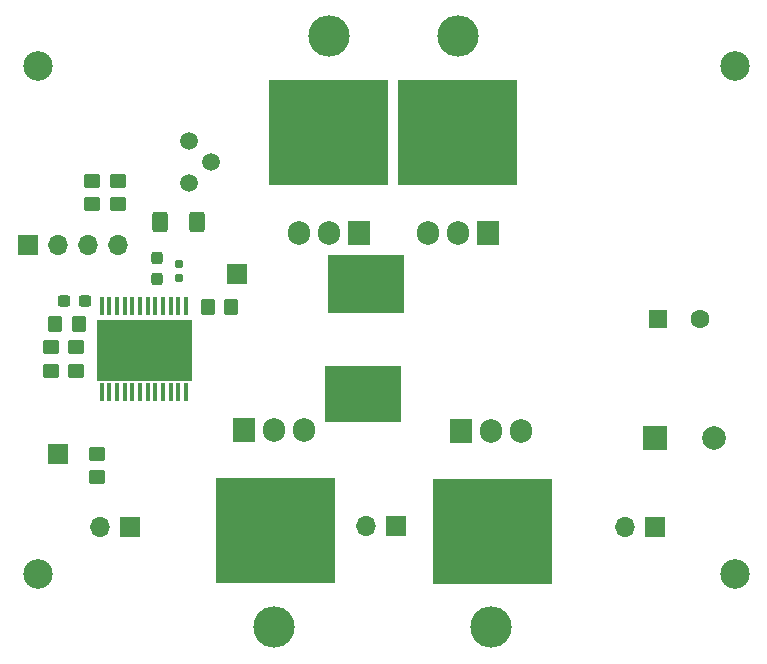
<source format=gts>
G04 #@! TF.GenerationSoftware,KiCad,Pcbnew,(6.0.1)*
G04 #@! TF.CreationDate,2022-06-09T14:03:21-07:00*
G04 #@! TF.ProjectId,StereoPSRev1_2,53746572-656f-4505-9352-6576315f322e,rev?*
G04 #@! TF.SameCoordinates,Original*
G04 #@! TF.FileFunction,Soldermask,Top*
G04 #@! TF.FilePolarity,Negative*
%FSLAX46Y46*%
G04 Gerber Fmt 4.6, Leading zero omitted, Abs format (unit mm)*
G04 Created by KiCad (PCBNEW (6.0.1)) date 2022-06-09 14:03:21*
%MOMM*%
%LPD*%
G01*
G04 APERTURE LIST*
G04 Aperture macros list*
%AMRoundRect*
0 Rectangle with rounded corners*
0 $1 Rounding radius*
0 $2 $3 $4 $5 $6 $7 $8 $9 X,Y pos of 4 corners*
0 Add a 4 corners polygon primitive as box body*
4,1,4,$2,$3,$4,$5,$6,$7,$8,$9,$2,$3,0*
0 Add four circle primitives for the rounded corners*
1,1,$1+$1,$2,$3*
1,1,$1+$1,$4,$5*
1,1,$1+$1,$6,$7*
1,1,$1+$1,$8,$9*
0 Add four rect primitives between the rounded corners*
20,1,$1+$1,$2,$3,$4,$5,0*
20,1,$1+$1,$4,$5,$6,$7,0*
20,1,$1+$1,$6,$7,$8,$9,0*
20,1,$1+$1,$8,$9,$2,$3,0*%
G04 Aperture macros list end*
%ADD10C,0.120000*%
%ADD11R,1.700000X1.700000*%
%ADD12O,1.700000X1.700000*%
%ADD13RoundRect,0.250000X0.350000X0.450000X-0.350000X0.450000X-0.350000X-0.450000X0.350000X-0.450000X0*%
%ADD14RoundRect,0.250000X-0.350000X-0.450000X0.350000X-0.450000X0.350000X0.450000X-0.350000X0.450000X0*%
%ADD15RoundRect,0.237500X0.237500X-0.300000X0.237500X0.300000X-0.237500X0.300000X-0.237500X-0.300000X0*%
%ADD16C,2.500000*%
%ADD17RoundRect,0.250000X0.400000X0.625000X-0.400000X0.625000X-0.400000X-0.625000X0.400000X-0.625000X0*%
%ADD18RoundRect,0.237500X0.300000X0.237500X-0.300000X0.237500X-0.300000X-0.237500X0.300000X-0.237500X0*%
%ADD19R,0.431000X1.639799*%
%ADD20RoundRect,0.250000X0.450000X-0.350000X0.450000X0.350000X-0.450000X0.350000X-0.450000X-0.350000X0*%
%ADD21C,1.498600*%
%ADD22R,6.400000X4.900000*%
%ADD23R,6.400000X4.800000*%
%ADD24RoundRect,0.160000X0.160000X-0.197500X0.160000X0.197500X-0.160000X0.197500X-0.160000X-0.197500X0*%
%ADD25R,1.600000X1.600000*%
%ADD26C,1.600000*%
%ADD27O,3.500000X3.500000*%
%ADD28R,1.905000X2.000000*%
%ADD29O,1.905000X2.000000*%
%ADD30C,1.524000*%
%ADD31R,2.000000X2.000000*%
%ADD32C,2.000000*%
G04 APERTURE END LIST*
D10*
X120175840Y-95967800D02*
X112175840Y-95967800D01*
X112175840Y-95967800D02*
X112175840Y-101067800D01*
X112175840Y-101067800D02*
X120175840Y-101067800D01*
X120175840Y-101067800D02*
X120175840Y-95967800D01*
G36*
X120175840Y-95967800D02*
G01*
X112175840Y-95967800D01*
X112175840Y-101067800D01*
X120175840Y-101067800D01*
X120175840Y-95967800D01*
G37*
X147700000Y-75700000D02*
X137700000Y-75700000D01*
X137700000Y-75700000D02*
X137700000Y-84500000D01*
X137700000Y-84500000D02*
X147700000Y-84500000D01*
X147700000Y-84500000D02*
X147700000Y-75700000D01*
G36*
X147700000Y-75700000D02*
G01*
X137700000Y-75700000D01*
X137700000Y-84500000D01*
X147700000Y-84500000D01*
X147700000Y-75700000D01*
G37*
X140660000Y-118270000D02*
X150660000Y-118270000D01*
X150660000Y-118270000D02*
X150660000Y-109470000D01*
X150660000Y-109470000D02*
X140660000Y-109470000D01*
X140660000Y-109470000D02*
X140660000Y-118270000D01*
G36*
X140660000Y-118270000D02*
G01*
X150660000Y-118270000D01*
X150660000Y-109470000D01*
X140660000Y-109470000D01*
X140660000Y-118270000D01*
G37*
X136800000Y-75700000D02*
X126800000Y-75700000D01*
X126800000Y-75700000D02*
X126800000Y-84500000D01*
X126800000Y-84500000D02*
X136800000Y-84500000D01*
X136800000Y-84500000D02*
X136800000Y-75700000D01*
G36*
X136800000Y-75700000D02*
G01*
X126800000Y-75700000D01*
X126800000Y-84500000D01*
X136800000Y-84500000D01*
X136800000Y-75700000D01*
G37*
X122300000Y-118200000D02*
X132300000Y-118200000D01*
X132300000Y-118200000D02*
X132300000Y-109400000D01*
X132300000Y-109400000D02*
X122300000Y-109400000D01*
X122300000Y-109400000D02*
X122300000Y-118200000D01*
G36*
X122300000Y-118200000D02*
G01*
X132300000Y-118200000D01*
X132300000Y-109400000D01*
X122300000Y-109400000D01*
X122300000Y-118200000D01*
G37*
D11*
X115000000Y-113500000D03*
D12*
X112460000Y-113500000D03*
D13*
X123600000Y-94900000D03*
X121600000Y-94900000D03*
D14*
X108700000Y-96300000D03*
X110700000Y-96300000D03*
D11*
X159470000Y-113500000D03*
D12*
X156930000Y-113500000D03*
D15*
X117333840Y-92483050D03*
X117333840Y-90758050D03*
D16*
X166200000Y-74500000D03*
D17*
X120650000Y-87700000D03*
X117550000Y-87700000D03*
D18*
X111162500Y-94400000D03*
X109437500Y-94400000D03*
D19*
X119752160Y-94835600D03*
X119101920Y-94835600D03*
X118451680Y-94835600D03*
X117801440Y-94835600D03*
X117151200Y-94835600D03*
X116500960Y-94835600D03*
X115850720Y-94835600D03*
X115200480Y-94835600D03*
X114550240Y-94835600D03*
X113900000Y-94835600D03*
X113249760Y-94835600D03*
X112599520Y-94835600D03*
X112599520Y-102100000D03*
X113249760Y-102100000D03*
X113900000Y-102100000D03*
X114550240Y-102100000D03*
X115200480Y-102100000D03*
X115850720Y-102100000D03*
X116500960Y-102100000D03*
X117151200Y-102100000D03*
X117801440Y-102100000D03*
X118451680Y-102100000D03*
X119101920Y-102100000D03*
X119752160Y-102100000D03*
D20*
X111800000Y-86200000D03*
X111800000Y-84200000D03*
D11*
X106400000Y-89675000D03*
D12*
X108940000Y-89675000D03*
X111480000Y-89675000D03*
X114020000Y-89675000D03*
D16*
X107200000Y-117500000D03*
D21*
X120000000Y-84400000D03*
X121900000Y-82600000D03*
X120000000Y-80800000D03*
D16*
X166200000Y-117500000D03*
D22*
X134950000Y-92950000D03*
D23*
X134700000Y-102250000D03*
D20*
X114000000Y-86200000D03*
X114000000Y-84200000D03*
D11*
X108900000Y-107300000D03*
D20*
X108300000Y-100300000D03*
X108300000Y-98300000D03*
X112200000Y-109300000D03*
X112200000Y-107300000D03*
D11*
X137495000Y-113475000D03*
D12*
X134955000Y-113475000D03*
D11*
X124100000Y-92100000D03*
D24*
X119183840Y-92468050D03*
X119183840Y-91273050D03*
D16*
X107200000Y-74500000D03*
D20*
X110400000Y-100300000D03*
X110400000Y-98300000D03*
D25*
X159747349Y-95900000D03*
D26*
X163247349Y-95900000D03*
D27*
X142760000Y-71940000D03*
D28*
X145300000Y-88600000D03*
D29*
X142760000Y-88600000D03*
X140220000Y-88600000D03*
D30*
X145800000Y-83100000D03*
X139800000Y-83100000D03*
X145800000Y-80100000D03*
X139815284Y-80088651D03*
X142800000Y-83100000D03*
X145800000Y-77100000D03*
X142800000Y-80100000D03*
X139800000Y-77100000D03*
X142800000Y-77100000D03*
D31*
X159432323Y-106000000D03*
D32*
X164432323Y-106000000D03*
D27*
X145600000Y-122030000D03*
D28*
X143060000Y-105370000D03*
D29*
X145600000Y-105370000D03*
X148140000Y-105370000D03*
D30*
X148560000Y-116870000D03*
X145560000Y-116870000D03*
X142560000Y-113870000D03*
X142560000Y-110870000D03*
X145560000Y-110870000D03*
X148544716Y-113881349D03*
X148560000Y-110870000D03*
X145560000Y-113870000D03*
X142560000Y-116870000D03*
D27*
X131860000Y-71940000D03*
D28*
X134400000Y-88600000D03*
D29*
X131860000Y-88600000D03*
X129320000Y-88600000D03*
D30*
X134900000Y-80100000D03*
X128900000Y-77100000D03*
X128900000Y-83100000D03*
X128915284Y-80088651D03*
X134900000Y-77100000D03*
X131900000Y-80100000D03*
X131900000Y-83100000D03*
X131900000Y-77100000D03*
X134900000Y-83100000D03*
D27*
X127240000Y-121960000D03*
D28*
X124700000Y-105300000D03*
D29*
X127240000Y-105300000D03*
X129780000Y-105300000D03*
D30*
X130200000Y-110800000D03*
X127200000Y-116800000D03*
X130200000Y-116800000D03*
X124200000Y-113800000D03*
X124200000Y-116800000D03*
X127200000Y-110800000D03*
X124200000Y-110800000D03*
X130184716Y-113811349D03*
X127200000Y-113800000D03*
M02*

</source>
